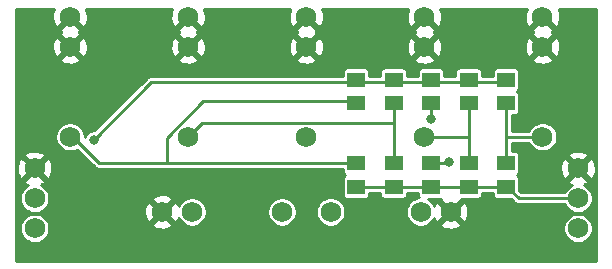
<source format=gbl>
G04 #@! TF.GenerationSoftware,KiCad,Pcbnew,(5.1.8)-1*
G04 #@! TF.CreationDate,2021-08-08T18:23:10-04:00*
G04 #@! TF.ProjectId,nearless_front_pcb,6e656172-6c65-4737-935f-66726f6e745f,rev?*
G04 #@! TF.SameCoordinates,Original*
G04 #@! TF.FileFunction,Copper,L2,Bot*
G04 #@! TF.FilePolarity,Positive*
%FSLAX46Y46*%
G04 Gerber Fmt 4.6, Leading zero omitted, Abs format (unit mm)*
G04 Created by KiCad (PCBNEW (5.1.8)-1) date 2021-08-08 18:23:10*
%MOMM*%
%LPD*%
G01*
G04 APERTURE LIST*
G04 #@! TA.AperFunction,SMDPad,CuDef*
%ADD10R,1.500000X1.300000*%
G04 #@! TD*
G04 #@! TA.AperFunction,ComponentPad*
%ADD11C,1.727200*%
G04 #@! TD*
G04 #@! TA.AperFunction,ViaPad*
%ADD12C,0.800000*%
G04 #@! TD*
G04 #@! TA.AperFunction,Conductor*
%ADD13C,0.254000*%
G04 #@! TD*
G04 #@! TA.AperFunction,Conductor*
%ADD14C,0.100000*%
G04 #@! TD*
G04 APERTURE END LIST*
D10*
X82410000Y-55480000D03*
X82410000Y-53480000D03*
X82410000Y-46400000D03*
X82410000Y-48400000D03*
X79235000Y-55480000D03*
X79235000Y-53480000D03*
X79235000Y-46400000D03*
X79235000Y-48400000D03*
X76060000Y-55480000D03*
X76060000Y-53480000D03*
X76060000Y-46400000D03*
X76060000Y-48400000D03*
X72885000Y-55480000D03*
X72885000Y-53480000D03*
X72885000Y-46400000D03*
X72885000Y-48400000D03*
X69710000Y-55480000D03*
X69710000Y-53480000D03*
X69710000Y-46400000D03*
X69710000Y-48400000D03*
D11*
X45500000Y-51245000D03*
X45500000Y-43625000D03*
X45500000Y-41085000D03*
X85500000Y-51245000D03*
X85500000Y-43625000D03*
X85500000Y-41085000D03*
X42500000Y-53920000D03*
X42500000Y-56460000D03*
X42500000Y-59000000D03*
X88500000Y-59000000D03*
X88500000Y-56460000D03*
X88500000Y-53920000D03*
X67555000Y-57600000D03*
X75175000Y-57600000D03*
X77715000Y-57600000D03*
X75500000Y-51245000D03*
X75500000Y-43625000D03*
X75500000Y-41085000D03*
X65500000Y-51245000D03*
X65500000Y-43625000D03*
X65500000Y-41085000D03*
X55500000Y-51245000D03*
X55500000Y-43625000D03*
X55500000Y-41085000D03*
X63445000Y-57600000D03*
X55825000Y-57600000D03*
X53285000Y-57600000D03*
D12*
X76025000Y-49750000D03*
X77600000Y-53400000D03*
X47485000Y-51475000D03*
D13*
X56782910Y-48200000D02*
X53670000Y-51312910D01*
X69710000Y-48200000D02*
X56782910Y-48200000D01*
X69710000Y-53480000D02*
X47980000Y-53480000D01*
X45745000Y-51245000D02*
X45500000Y-51245000D01*
X47980000Y-53480000D02*
X45745000Y-51245000D01*
X53670000Y-51312910D02*
X53670000Y-53480000D01*
X72885000Y-48200000D02*
X72885000Y-48630000D01*
X72885000Y-52675000D02*
X72885000Y-53780000D01*
X72854399Y-50054399D02*
X72885000Y-50085000D01*
X55500000Y-51245000D02*
X56690601Y-50054399D01*
X72885000Y-50085000D02*
X72885000Y-52675000D01*
X56690601Y-50054399D02*
X72854399Y-50054399D01*
X72885000Y-48200000D02*
X72885000Y-50085000D01*
X76025000Y-48435000D02*
X76060000Y-48400000D01*
X76025000Y-49750000D02*
X76025000Y-48435000D01*
X77520000Y-53480000D02*
X77600000Y-53400000D01*
X76060000Y-53480000D02*
X77520000Y-53480000D01*
X79235000Y-48200000D02*
X79235000Y-53780000D01*
X75500000Y-51245000D02*
X79235000Y-51245000D01*
X82410000Y-48200000D02*
X82455000Y-48200000D01*
X82410000Y-53780000D02*
X82410000Y-48200000D01*
X85500000Y-51245000D02*
X82410000Y-51245000D01*
X83490000Y-56460000D02*
X82410000Y-55380000D01*
X88500000Y-56460000D02*
X83490000Y-56460000D01*
X69710000Y-55480000D02*
X72885000Y-55480000D01*
X72885000Y-55480000D02*
X82410000Y-55480000D01*
X82410000Y-46600000D02*
X79235000Y-46600000D01*
X79235000Y-46600000D02*
X76060000Y-46600000D01*
X76060000Y-46600000D02*
X72885000Y-46600000D01*
X72885000Y-46600000D02*
X69710000Y-46600000D01*
X52360000Y-46600000D02*
X47485000Y-51475000D01*
X69710000Y-46600000D02*
X52360000Y-46600000D01*
X44084174Y-40572141D02*
X44011325Y-40858210D01*
X43995685Y-41152993D01*
X44037855Y-41445164D01*
X44136214Y-41723493D01*
X44211433Y-41864218D01*
X44461896Y-41943499D01*
X45320395Y-41085000D01*
X45306253Y-41070858D01*
X45485858Y-40891253D01*
X45500000Y-40905395D01*
X45514143Y-40891253D01*
X45693748Y-41070858D01*
X45679605Y-41085000D01*
X46538104Y-41943499D01*
X46788567Y-41864218D01*
X46915826Y-41597859D01*
X46988675Y-41311790D01*
X47004315Y-41017007D01*
X46962145Y-40724836D01*
X46863786Y-40446507D01*
X46855497Y-40431000D01*
X54151607Y-40431000D01*
X54084174Y-40572141D01*
X54011325Y-40858210D01*
X53995685Y-41152993D01*
X54037855Y-41445164D01*
X54136214Y-41723493D01*
X54211433Y-41864218D01*
X54461896Y-41943499D01*
X55320395Y-41085000D01*
X55306253Y-41070858D01*
X55485858Y-40891253D01*
X55500000Y-40905395D01*
X55514143Y-40891253D01*
X55693748Y-41070858D01*
X55679605Y-41085000D01*
X56538104Y-41943499D01*
X56788567Y-41864218D01*
X56915826Y-41597859D01*
X56988675Y-41311790D01*
X57004315Y-41017007D01*
X56962145Y-40724836D01*
X56863786Y-40446507D01*
X56855497Y-40431000D01*
X64151607Y-40431000D01*
X64084174Y-40572141D01*
X64011325Y-40858210D01*
X63995685Y-41152993D01*
X64037855Y-41445164D01*
X64136214Y-41723493D01*
X64211433Y-41864218D01*
X64461896Y-41943499D01*
X65320395Y-41085000D01*
X65306253Y-41070858D01*
X65485858Y-40891253D01*
X65500000Y-40905395D01*
X65514143Y-40891253D01*
X65693748Y-41070858D01*
X65679605Y-41085000D01*
X66538104Y-41943499D01*
X66788567Y-41864218D01*
X66915826Y-41597859D01*
X66988675Y-41311790D01*
X67004315Y-41017007D01*
X66962145Y-40724836D01*
X66863786Y-40446507D01*
X66855497Y-40431000D01*
X74151607Y-40431000D01*
X74084174Y-40572141D01*
X74011325Y-40858210D01*
X73995685Y-41152993D01*
X74037855Y-41445164D01*
X74136214Y-41723493D01*
X74211433Y-41864218D01*
X74461896Y-41943499D01*
X75320395Y-41085000D01*
X75306253Y-41070858D01*
X75485858Y-40891253D01*
X75500000Y-40905395D01*
X75514143Y-40891253D01*
X75693748Y-41070858D01*
X75679605Y-41085000D01*
X76538104Y-41943499D01*
X76788567Y-41864218D01*
X76915826Y-41597859D01*
X76988675Y-41311790D01*
X77004315Y-41017007D01*
X76962145Y-40724836D01*
X76863786Y-40446507D01*
X76855497Y-40431000D01*
X84151607Y-40431000D01*
X84084174Y-40572141D01*
X84011325Y-40858210D01*
X83995685Y-41152993D01*
X84037855Y-41445164D01*
X84136214Y-41723493D01*
X84211433Y-41864218D01*
X84461896Y-41943499D01*
X85320395Y-41085000D01*
X85306253Y-41070858D01*
X85485858Y-40891253D01*
X85500000Y-40905395D01*
X85514143Y-40891253D01*
X85693748Y-41070858D01*
X85679605Y-41085000D01*
X86538104Y-41943499D01*
X86788567Y-41864218D01*
X86915826Y-41597859D01*
X86988675Y-41311790D01*
X87004315Y-41017007D01*
X86962145Y-40724836D01*
X86863786Y-40446507D01*
X86855497Y-40431000D01*
X90069001Y-40431000D01*
X90069000Y-61769000D01*
X40931000Y-61769000D01*
X40931000Y-58877418D01*
X41255400Y-58877418D01*
X41255400Y-59122582D01*
X41303229Y-59363036D01*
X41397050Y-59589539D01*
X41533256Y-59793386D01*
X41706614Y-59966744D01*
X41910461Y-60102950D01*
X42136964Y-60196771D01*
X42377418Y-60244600D01*
X42622582Y-60244600D01*
X42863036Y-60196771D01*
X43089539Y-60102950D01*
X43293386Y-59966744D01*
X43466744Y-59793386D01*
X43602950Y-59589539D01*
X43696771Y-59363036D01*
X43744600Y-59122582D01*
X43744600Y-58877418D01*
X43696998Y-58638104D01*
X52426501Y-58638104D01*
X52505782Y-58888567D01*
X52772141Y-59015826D01*
X53058210Y-59088675D01*
X53352993Y-59104315D01*
X53645164Y-59062145D01*
X53923493Y-58963786D01*
X54064218Y-58888567D01*
X54143499Y-58638104D01*
X53285000Y-57779605D01*
X52426501Y-58638104D01*
X43696998Y-58638104D01*
X43696771Y-58636964D01*
X43602950Y-58410461D01*
X43466744Y-58206614D01*
X43293386Y-58033256D01*
X43089539Y-57897050D01*
X42863036Y-57803229D01*
X42622582Y-57755400D01*
X42377418Y-57755400D01*
X42136964Y-57803229D01*
X41910461Y-57897050D01*
X41706614Y-58033256D01*
X41533256Y-58206614D01*
X41397050Y-58410461D01*
X41303229Y-58636964D01*
X41255400Y-58877418D01*
X40931000Y-58877418D01*
X40931000Y-56337418D01*
X41255400Y-56337418D01*
X41255400Y-56582582D01*
X41303229Y-56823036D01*
X41397050Y-57049539D01*
X41533256Y-57253386D01*
X41706614Y-57426744D01*
X41910461Y-57562950D01*
X42136964Y-57656771D01*
X42377418Y-57704600D01*
X42622582Y-57704600D01*
X42806618Y-57667993D01*
X51780685Y-57667993D01*
X51822855Y-57960164D01*
X51921214Y-58238493D01*
X51996433Y-58379218D01*
X52246896Y-58458499D01*
X53105395Y-57600000D01*
X53464605Y-57600000D01*
X54323104Y-58458499D01*
X54573567Y-58379218D01*
X54695182Y-58124673D01*
X54722050Y-58189539D01*
X54858256Y-58393386D01*
X55031614Y-58566744D01*
X55235461Y-58702950D01*
X55461964Y-58796771D01*
X55702418Y-58844600D01*
X55947582Y-58844600D01*
X56188036Y-58796771D01*
X56414539Y-58702950D01*
X56618386Y-58566744D01*
X56791744Y-58393386D01*
X56927950Y-58189539D01*
X57021771Y-57963036D01*
X57069600Y-57722582D01*
X57069600Y-57477418D01*
X62200400Y-57477418D01*
X62200400Y-57722582D01*
X62248229Y-57963036D01*
X62342050Y-58189539D01*
X62478256Y-58393386D01*
X62651614Y-58566744D01*
X62855461Y-58702950D01*
X63081964Y-58796771D01*
X63322418Y-58844600D01*
X63567582Y-58844600D01*
X63808036Y-58796771D01*
X64034539Y-58702950D01*
X64238386Y-58566744D01*
X64411744Y-58393386D01*
X64547950Y-58189539D01*
X64641771Y-57963036D01*
X64689600Y-57722582D01*
X64689600Y-57477418D01*
X66310400Y-57477418D01*
X66310400Y-57722582D01*
X66358229Y-57963036D01*
X66452050Y-58189539D01*
X66588256Y-58393386D01*
X66761614Y-58566744D01*
X66965461Y-58702950D01*
X67191964Y-58796771D01*
X67432418Y-58844600D01*
X67677582Y-58844600D01*
X67918036Y-58796771D01*
X68144539Y-58702950D01*
X68348386Y-58566744D01*
X68521744Y-58393386D01*
X68657950Y-58189539D01*
X68751771Y-57963036D01*
X68799600Y-57722582D01*
X68799600Y-57477418D01*
X68751771Y-57236964D01*
X68657950Y-57010461D01*
X68521744Y-56806614D01*
X68348386Y-56633256D01*
X68144539Y-56497050D01*
X67918036Y-56403229D01*
X67677582Y-56355400D01*
X67432418Y-56355400D01*
X67191964Y-56403229D01*
X66965461Y-56497050D01*
X66761614Y-56633256D01*
X66588256Y-56806614D01*
X66452050Y-57010461D01*
X66358229Y-57236964D01*
X66310400Y-57477418D01*
X64689600Y-57477418D01*
X64641771Y-57236964D01*
X64547950Y-57010461D01*
X64411744Y-56806614D01*
X64238386Y-56633256D01*
X64034539Y-56497050D01*
X63808036Y-56403229D01*
X63567582Y-56355400D01*
X63322418Y-56355400D01*
X63081964Y-56403229D01*
X62855461Y-56497050D01*
X62651614Y-56633256D01*
X62478256Y-56806614D01*
X62342050Y-57010461D01*
X62248229Y-57236964D01*
X62200400Y-57477418D01*
X57069600Y-57477418D01*
X57021771Y-57236964D01*
X56927950Y-57010461D01*
X56791744Y-56806614D01*
X56618386Y-56633256D01*
X56414539Y-56497050D01*
X56188036Y-56403229D01*
X55947582Y-56355400D01*
X55702418Y-56355400D01*
X55461964Y-56403229D01*
X55235461Y-56497050D01*
X55031614Y-56633256D01*
X54858256Y-56806614D01*
X54722050Y-57010461D01*
X54691851Y-57083368D01*
X54648786Y-56961507D01*
X54573567Y-56820782D01*
X54323104Y-56741501D01*
X53464605Y-57600000D01*
X53105395Y-57600000D01*
X52246896Y-56741501D01*
X51996433Y-56820782D01*
X51869174Y-57087141D01*
X51796325Y-57373210D01*
X51780685Y-57667993D01*
X42806618Y-57667993D01*
X42863036Y-57656771D01*
X43089539Y-57562950D01*
X43293386Y-57426744D01*
X43466744Y-57253386D01*
X43602950Y-57049539D01*
X43696771Y-56823036D01*
X43744600Y-56582582D01*
X43744600Y-56561896D01*
X52426501Y-56561896D01*
X53285000Y-57420395D01*
X54143499Y-56561896D01*
X54064218Y-56311433D01*
X53797859Y-56184174D01*
X53511790Y-56111325D01*
X53217007Y-56095685D01*
X52924836Y-56137855D01*
X52646507Y-56236214D01*
X52505782Y-56311433D01*
X52426501Y-56561896D01*
X43744600Y-56561896D01*
X43744600Y-56337418D01*
X43696771Y-56096964D01*
X43602950Y-55870461D01*
X43466744Y-55666614D01*
X43293386Y-55493256D01*
X43089539Y-55357050D01*
X43016632Y-55326851D01*
X43138493Y-55283786D01*
X43279218Y-55208567D01*
X43358499Y-54958104D01*
X42500000Y-54099605D01*
X41641501Y-54958104D01*
X41720782Y-55208567D01*
X41975327Y-55330182D01*
X41910461Y-55357050D01*
X41706614Y-55493256D01*
X41533256Y-55666614D01*
X41397050Y-55870461D01*
X41303229Y-56096964D01*
X41255400Y-56337418D01*
X40931000Y-56337418D01*
X40931000Y-53987993D01*
X40995685Y-53987993D01*
X41037855Y-54280164D01*
X41136214Y-54558493D01*
X41211433Y-54699218D01*
X41461896Y-54778499D01*
X42320395Y-53920000D01*
X42679605Y-53920000D01*
X43538104Y-54778499D01*
X43788567Y-54699218D01*
X43915826Y-54432859D01*
X43988675Y-54146790D01*
X44004315Y-53852007D01*
X43962145Y-53559836D01*
X43863786Y-53281507D01*
X43788567Y-53140782D01*
X43538104Y-53061501D01*
X42679605Y-53920000D01*
X42320395Y-53920000D01*
X41461896Y-53061501D01*
X41211433Y-53140782D01*
X41084174Y-53407141D01*
X41011325Y-53693210D01*
X40995685Y-53987993D01*
X40931000Y-53987993D01*
X40931000Y-52881896D01*
X41641501Y-52881896D01*
X42500000Y-53740395D01*
X43358499Y-52881896D01*
X43279218Y-52631433D01*
X43012859Y-52504174D01*
X42726790Y-52431325D01*
X42432007Y-52415685D01*
X42139836Y-52457855D01*
X41861507Y-52556214D01*
X41720782Y-52631433D01*
X41641501Y-52881896D01*
X40931000Y-52881896D01*
X40931000Y-51122418D01*
X44255400Y-51122418D01*
X44255400Y-51367582D01*
X44303229Y-51608036D01*
X44397050Y-51834539D01*
X44533256Y-52038386D01*
X44706614Y-52211744D01*
X44910461Y-52347950D01*
X45136964Y-52441771D01*
X45377418Y-52489600D01*
X45622582Y-52489600D01*
X45863036Y-52441771D01*
X46089539Y-52347950D01*
X46113512Y-52331932D01*
X47603150Y-53821571D01*
X47619052Y-53840948D01*
X47638429Y-53856850D01*
X47696404Y-53904429D01*
X47784655Y-53951600D01*
X47784657Y-53951601D01*
X47880415Y-53980649D01*
X47955053Y-53988000D01*
X47955055Y-53988000D01*
X47979999Y-53990457D01*
X48004943Y-53988000D01*
X53645053Y-53988000D01*
X53670000Y-53990457D01*
X53694947Y-53988000D01*
X68577157Y-53988000D01*
X68577157Y-54130000D01*
X68584513Y-54204689D01*
X68606299Y-54276508D01*
X68641678Y-54342696D01*
X68689289Y-54400711D01*
X68747304Y-54448322D01*
X68806568Y-54480000D01*
X68747304Y-54511678D01*
X68689289Y-54559289D01*
X68641678Y-54617304D01*
X68606299Y-54683492D01*
X68584513Y-54755311D01*
X68577157Y-54830000D01*
X68577157Y-56130000D01*
X68584513Y-56204689D01*
X68606299Y-56276508D01*
X68641678Y-56342696D01*
X68689289Y-56400711D01*
X68747304Y-56448322D01*
X68813492Y-56483701D01*
X68885311Y-56505487D01*
X68960000Y-56512843D01*
X70460000Y-56512843D01*
X70534689Y-56505487D01*
X70606508Y-56483701D01*
X70672696Y-56448322D01*
X70730711Y-56400711D01*
X70778322Y-56342696D01*
X70813701Y-56276508D01*
X70835487Y-56204689D01*
X70842843Y-56130000D01*
X70842843Y-55988000D01*
X71752157Y-55988000D01*
X71752157Y-56130000D01*
X71759513Y-56204689D01*
X71781299Y-56276508D01*
X71816678Y-56342696D01*
X71864289Y-56400711D01*
X71922304Y-56448322D01*
X71988492Y-56483701D01*
X72060311Y-56505487D01*
X72135000Y-56512843D01*
X73635000Y-56512843D01*
X73709689Y-56505487D01*
X73781508Y-56483701D01*
X73847696Y-56448322D01*
X73905711Y-56400711D01*
X73953322Y-56342696D01*
X73988701Y-56276508D01*
X74010487Y-56204689D01*
X74017843Y-56130000D01*
X74017843Y-55988000D01*
X74927157Y-55988000D01*
X74927157Y-56130000D01*
X74934513Y-56204689D01*
X74956299Y-56276508D01*
X74991678Y-56342696D01*
X75009164Y-56364004D01*
X74811964Y-56403229D01*
X74585461Y-56497050D01*
X74381614Y-56633256D01*
X74208256Y-56806614D01*
X74072050Y-57010461D01*
X73978229Y-57236964D01*
X73930400Y-57477418D01*
X73930400Y-57722582D01*
X73978229Y-57963036D01*
X74072050Y-58189539D01*
X74208256Y-58393386D01*
X74381614Y-58566744D01*
X74585461Y-58702950D01*
X74811964Y-58796771D01*
X75052418Y-58844600D01*
X75297582Y-58844600D01*
X75538036Y-58796771D01*
X75764539Y-58702950D01*
X75861588Y-58638104D01*
X76856501Y-58638104D01*
X76935782Y-58888567D01*
X77202141Y-59015826D01*
X77488210Y-59088675D01*
X77782993Y-59104315D01*
X78075164Y-59062145D01*
X78353493Y-58963786D01*
X78494218Y-58888567D01*
X78497747Y-58877418D01*
X87255400Y-58877418D01*
X87255400Y-59122582D01*
X87303229Y-59363036D01*
X87397050Y-59589539D01*
X87533256Y-59793386D01*
X87706614Y-59966744D01*
X87910461Y-60102950D01*
X88136964Y-60196771D01*
X88377418Y-60244600D01*
X88622582Y-60244600D01*
X88863036Y-60196771D01*
X89089539Y-60102950D01*
X89293386Y-59966744D01*
X89466744Y-59793386D01*
X89602950Y-59589539D01*
X89696771Y-59363036D01*
X89744600Y-59122582D01*
X89744600Y-58877418D01*
X89696771Y-58636964D01*
X89602950Y-58410461D01*
X89466744Y-58206614D01*
X89293386Y-58033256D01*
X89089539Y-57897050D01*
X88863036Y-57803229D01*
X88622582Y-57755400D01*
X88377418Y-57755400D01*
X88136964Y-57803229D01*
X87910461Y-57897050D01*
X87706614Y-58033256D01*
X87533256Y-58206614D01*
X87397050Y-58410461D01*
X87303229Y-58636964D01*
X87255400Y-58877418D01*
X78497747Y-58877418D01*
X78573499Y-58638104D01*
X77715000Y-57779605D01*
X76856501Y-58638104D01*
X75861588Y-58638104D01*
X75968386Y-58566744D01*
X76141744Y-58393386D01*
X76277950Y-58189539D01*
X76308149Y-58116632D01*
X76351214Y-58238493D01*
X76426433Y-58379218D01*
X76676896Y-58458499D01*
X77535395Y-57600000D01*
X77894605Y-57600000D01*
X78753104Y-58458499D01*
X79003567Y-58379218D01*
X79130826Y-58112859D01*
X79203675Y-57826790D01*
X79219315Y-57532007D01*
X79177145Y-57239836D01*
X79078786Y-56961507D01*
X79003567Y-56820782D01*
X78753104Y-56741501D01*
X77894605Y-57600000D01*
X77535395Y-57600000D01*
X76676896Y-56741501D01*
X76426433Y-56820782D01*
X76304818Y-57075327D01*
X76277950Y-57010461D01*
X76141744Y-56806614D01*
X75968386Y-56633256D01*
X75788175Y-56512843D01*
X76810000Y-56512843D01*
X76874024Y-56506537D01*
X76856501Y-56561896D01*
X77715000Y-57420395D01*
X78573499Y-56561896D01*
X78557972Y-56512843D01*
X79985000Y-56512843D01*
X80059689Y-56505487D01*
X80131508Y-56483701D01*
X80197696Y-56448322D01*
X80255711Y-56400711D01*
X80303322Y-56342696D01*
X80338701Y-56276508D01*
X80360487Y-56204689D01*
X80367843Y-56130000D01*
X80367843Y-55988000D01*
X81277157Y-55988000D01*
X81277157Y-56130000D01*
X81284513Y-56204689D01*
X81306299Y-56276508D01*
X81341678Y-56342696D01*
X81389289Y-56400711D01*
X81447304Y-56448322D01*
X81513492Y-56483701D01*
X81585311Y-56505487D01*
X81660000Y-56512843D01*
X82824423Y-56512843D01*
X83113145Y-56801565D01*
X83129052Y-56820948D01*
X83206405Y-56884429D01*
X83294657Y-56931601D01*
X83390415Y-56960649D01*
X83465053Y-56968000D01*
X83465056Y-56968000D01*
X83490000Y-56970457D01*
X83514944Y-56968000D01*
X87363275Y-56968000D01*
X87397050Y-57049539D01*
X87533256Y-57253386D01*
X87706614Y-57426744D01*
X87910461Y-57562950D01*
X88136964Y-57656771D01*
X88377418Y-57704600D01*
X88622582Y-57704600D01*
X88863036Y-57656771D01*
X89089539Y-57562950D01*
X89293386Y-57426744D01*
X89466744Y-57253386D01*
X89602950Y-57049539D01*
X89696771Y-56823036D01*
X89744600Y-56582582D01*
X89744600Y-56337418D01*
X89696771Y-56096964D01*
X89602950Y-55870461D01*
X89466744Y-55666614D01*
X89293386Y-55493256D01*
X89089539Y-55357050D01*
X89016632Y-55326851D01*
X89138493Y-55283786D01*
X89279218Y-55208567D01*
X89358499Y-54958104D01*
X88500000Y-54099605D01*
X87641501Y-54958104D01*
X87720782Y-55208567D01*
X87975327Y-55330182D01*
X87910461Y-55357050D01*
X87706614Y-55493256D01*
X87533256Y-55666614D01*
X87397050Y-55870461D01*
X87363275Y-55952000D01*
X83700420Y-55952000D01*
X83542843Y-55794423D01*
X83542843Y-54830000D01*
X83535487Y-54755311D01*
X83513701Y-54683492D01*
X83478322Y-54617304D01*
X83430711Y-54559289D01*
X83372696Y-54511678D01*
X83313432Y-54480000D01*
X83372696Y-54448322D01*
X83430711Y-54400711D01*
X83478322Y-54342696D01*
X83513701Y-54276508D01*
X83535487Y-54204689D01*
X83542843Y-54130000D01*
X83542843Y-53987993D01*
X86995685Y-53987993D01*
X87037855Y-54280164D01*
X87136214Y-54558493D01*
X87211433Y-54699218D01*
X87461896Y-54778499D01*
X88320395Y-53920000D01*
X88679605Y-53920000D01*
X89538104Y-54778499D01*
X89788567Y-54699218D01*
X89915826Y-54432859D01*
X89988675Y-54146790D01*
X90004315Y-53852007D01*
X89962145Y-53559836D01*
X89863786Y-53281507D01*
X89788567Y-53140782D01*
X89538104Y-53061501D01*
X88679605Y-53920000D01*
X88320395Y-53920000D01*
X87461896Y-53061501D01*
X87211433Y-53140782D01*
X87084174Y-53407141D01*
X87011325Y-53693210D01*
X86995685Y-53987993D01*
X83542843Y-53987993D01*
X83542843Y-52881896D01*
X87641501Y-52881896D01*
X88500000Y-53740395D01*
X89358499Y-52881896D01*
X89279218Y-52631433D01*
X89012859Y-52504174D01*
X88726790Y-52431325D01*
X88432007Y-52415685D01*
X88139836Y-52457855D01*
X87861507Y-52556214D01*
X87720782Y-52631433D01*
X87641501Y-52881896D01*
X83542843Y-52881896D01*
X83542843Y-52830000D01*
X83535487Y-52755311D01*
X83513701Y-52683492D01*
X83478322Y-52617304D01*
X83430711Y-52559289D01*
X83372696Y-52511678D01*
X83306508Y-52476299D01*
X83234689Y-52454513D01*
X83160000Y-52447157D01*
X82918000Y-52447157D01*
X82918000Y-51753000D01*
X84363275Y-51753000D01*
X84397050Y-51834539D01*
X84533256Y-52038386D01*
X84706614Y-52211744D01*
X84910461Y-52347950D01*
X85136964Y-52441771D01*
X85377418Y-52489600D01*
X85622582Y-52489600D01*
X85863036Y-52441771D01*
X86089539Y-52347950D01*
X86293386Y-52211744D01*
X86466744Y-52038386D01*
X86602950Y-51834539D01*
X86696771Y-51608036D01*
X86744600Y-51367582D01*
X86744600Y-51122418D01*
X86696771Y-50881964D01*
X86602950Y-50655461D01*
X86466744Y-50451614D01*
X86293386Y-50278256D01*
X86089539Y-50142050D01*
X85863036Y-50048229D01*
X85622582Y-50000400D01*
X85377418Y-50000400D01*
X85136964Y-50048229D01*
X84910461Y-50142050D01*
X84706614Y-50278256D01*
X84533256Y-50451614D01*
X84397050Y-50655461D01*
X84363275Y-50737000D01*
X82918000Y-50737000D01*
X82918000Y-49432843D01*
X83160000Y-49432843D01*
X83234689Y-49425487D01*
X83306508Y-49403701D01*
X83372696Y-49368322D01*
X83430711Y-49320711D01*
X83478322Y-49262696D01*
X83513701Y-49196508D01*
X83535487Y-49124689D01*
X83542843Y-49050000D01*
X83542843Y-47750000D01*
X83535487Y-47675311D01*
X83513701Y-47603492D01*
X83478322Y-47537304D01*
X83430711Y-47479289D01*
X83372696Y-47431678D01*
X83313432Y-47400000D01*
X83372696Y-47368322D01*
X83430711Y-47320711D01*
X83478322Y-47262696D01*
X83513701Y-47196508D01*
X83535487Y-47124689D01*
X83542843Y-47050000D01*
X83542843Y-45750000D01*
X83535487Y-45675311D01*
X83513701Y-45603492D01*
X83478322Y-45537304D01*
X83430711Y-45479289D01*
X83372696Y-45431678D01*
X83306508Y-45396299D01*
X83234689Y-45374513D01*
X83160000Y-45367157D01*
X81660000Y-45367157D01*
X81585311Y-45374513D01*
X81513492Y-45396299D01*
X81447304Y-45431678D01*
X81389289Y-45479289D01*
X81341678Y-45537304D01*
X81306299Y-45603492D01*
X81284513Y-45675311D01*
X81277157Y-45750000D01*
X81277157Y-46092000D01*
X80367843Y-46092000D01*
X80367843Y-45750000D01*
X80360487Y-45675311D01*
X80338701Y-45603492D01*
X80303322Y-45537304D01*
X80255711Y-45479289D01*
X80197696Y-45431678D01*
X80131508Y-45396299D01*
X80059689Y-45374513D01*
X79985000Y-45367157D01*
X78485000Y-45367157D01*
X78410311Y-45374513D01*
X78338492Y-45396299D01*
X78272304Y-45431678D01*
X78214289Y-45479289D01*
X78166678Y-45537304D01*
X78131299Y-45603492D01*
X78109513Y-45675311D01*
X78102157Y-45750000D01*
X78102157Y-46092000D01*
X77192843Y-46092000D01*
X77192843Y-45750000D01*
X77185487Y-45675311D01*
X77163701Y-45603492D01*
X77128322Y-45537304D01*
X77080711Y-45479289D01*
X77022696Y-45431678D01*
X76956508Y-45396299D01*
X76884689Y-45374513D01*
X76810000Y-45367157D01*
X75310000Y-45367157D01*
X75235311Y-45374513D01*
X75163492Y-45396299D01*
X75097304Y-45431678D01*
X75039289Y-45479289D01*
X74991678Y-45537304D01*
X74956299Y-45603492D01*
X74934513Y-45675311D01*
X74927157Y-45750000D01*
X74927157Y-46092000D01*
X74017843Y-46092000D01*
X74017843Y-45750000D01*
X74010487Y-45675311D01*
X73988701Y-45603492D01*
X73953322Y-45537304D01*
X73905711Y-45479289D01*
X73847696Y-45431678D01*
X73781508Y-45396299D01*
X73709689Y-45374513D01*
X73635000Y-45367157D01*
X72135000Y-45367157D01*
X72060311Y-45374513D01*
X71988492Y-45396299D01*
X71922304Y-45431678D01*
X71864289Y-45479289D01*
X71816678Y-45537304D01*
X71781299Y-45603492D01*
X71759513Y-45675311D01*
X71752157Y-45750000D01*
X71752157Y-46092000D01*
X70842843Y-46092000D01*
X70842843Y-45750000D01*
X70835487Y-45675311D01*
X70813701Y-45603492D01*
X70778322Y-45537304D01*
X70730711Y-45479289D01*
X70672696Y-45431678D01*
X70606508Y-45396299D01*
X70534689Y-45374513D01*
X70460000Y-45367157D01*
X68960000Y-45367157D01*
X68885311Y-45374513D01*
X68813492Y-45396299D01*
X68747304Y-45431678D01*
X68689289Y-45479289D01*
X68641678Y-45537304D01*
X68606299Y-45603492D01*
X68584513Y-45675311D01*
X68577157Y-45750000D01*
X68577157Y-46092000D01*
X52384943Y-46092000D01*
X52359999Y-46089543D01*
X52335055Y-46092000D01*
X52335053Y-46092000D01*
X52260415Y-46099351D01*
X52164657Y-46128399D01*
X52123576Y-46150357D01*
X52076404Y-46175571D01*
X52021810Y-46220376D01*
X51999052Y-46239052D01*
X51983150Y-46258429D01*
X47547580Y-50694000D01*
X47408078Y-50694000D01*
X47257191Y-50724013D01*
X47115058Y-50782887D01*
X46987141Y-50868358D01*
X46878358Y-50977141D01*
X46792887Y-51105058D01*
X46744600Y-51221632D01*
X46744600Y-51122418D01*
X46696771Y-50881964D01*
X46602950Y-50655461D01*
X46466744Y-50451614D01*
X46293386Y-50278256D01*
X46089539Y-50142050D01*
X45863036Y-50048229D01*
X45622582Y-50000400D01*
X45377418Y-50000400D01*
X45136964Y-50048229D01*
X44910461Y-50142050D01*
X44706614Y-50278256D01*
X44533256Y-50451614D01*
X44397050Y-50655461D01*
X44303229Y-50881964D01*
X44255400Y-51122418D01*
X40931000Y-51122418D01*
X40931000Y-44663104D01*
X44641501Y-44663104D01*
X44720782Y-44913567D01*
X44987141Y-45040826D01*
X45273210Y-45113675D01*
X45567993Y-45129315D01*
X45860164Y-45087145D01*
X46138493Y-44988786D01*
X46279218Y-44913567D01*
X46358499Y-44663104D01*
X54641501Y-44663104D01*
X54720782Y-44913567D01*
X54987141Y-45040826D01*
X55273210Y-45113675D01*
X55567993Y-45129315D01*
X55860164Y-45087145D01*
X56138493Y-44988786D01*
X56279218Y-44913567D01*
X56358499Y-44663104D01*
X64641501Y-44663104D01*
X64720782Y-44913567D01*
X64987141Y-45040826D01*
X65273210Y-45113675D01*
X65567993Y-45129315D01*
X65860164Y-45087145D01*
X66138493Y-44988786D01*
X66279218Y-44913567D01*
X66358499Y-44663104D01*
X74641501Y-44663104D01*
X74720782Y-44913567D01*
X74987141Y-45040826D01*
X75273210Y-45113675D01*
X75567993Y-45129315D01*
X75860164Y-45087145D01*
X76138493Y-44988786D01*
X76279218Y-44913567D01*
X76358499Y-44663104D01*
X84641501Y-44663104D01*
X84720782Y-44913567D01*
X84987141Y-45040826D01*
X85273210Y-45113675D01*
X85567993Y-45129315D01*
X85860164Y-45087145D01*
X86138493Y-44988786D01*
X86279218Y-44913567D01*
X86358499Y-44663104D01*
X85500000Y-43804605D01*
X84641501Y-44663104D01*
X76358499Y-44663104D01*
X75500000Y-43804605D01*
X74641501Y-44663104D01*
X66358499Y-44663104D01*
X65500000Y-43804605D01*
X64641501Y-44663104D01*
X56358499Y-44663104D01*
X55500000Y-43804605D01*
X54641501Y-44663104D01*
X46358499Y-44663104D01*
X45500000Y-43804605D01*
X44641501Y-44663104D01*
X40931000Y-44663104D01*
X40931000Y-43692993D01*
X43995685Y-43692993D01*
X44037855Y-43985164D01*
X44136214Y-44263493D01*
X44211433Y-44404218D01*
X44461896Y-44483499D01*
X45320395Y-43625000D01*
X45679605Y-43625000D01*
X46538104Y-44483499D01*
X46788567Y-44404218D01*
X46915826Y-44137859D01*
X46988675Y-43851790D01*
X46997100Y-43692993D01*
X53995685Y-43692993D01*
X54037855Y-43985164D01*
X54136214Y-44263493D01*
X54211433Y-44404218D01*
X54461896Y-44483499D01*
X55320395Y-43625000D01*
X55679605Y-43625000D01*
X56538104Y-44483499D01*
X56788567Y-44404218D01*
X56915826Y-44137859D01*
X56988675Y-43851790D01*
X56997100Y-43692993D01*
X63995685Y-43692993D01*
X64037855Y-43985164D01*
X64136214Y-44263493D01*
X64211433Y-44404218D01*
X64461896Y-44483499D01*
X65320395Y-43625000D01*
X65679605Y-43625000D01*
X66538104Y-44483499D01*
X66788567Y-44404218D01*
X66915826Y-44137859D01*
X66988675Y-43851790D01*
X66997100Y-43692993D01*
X73995685Y-43692993D01*
X74037855Y-43985164D01*
X74136214Y-44263493D01*
X74211433Y-44404218D01*
X74461896Y-44483499D01*
X75320395Y-43625000D01*
X75679605Y-43625000D01*
X76538104Y-44483499D01*
X76788567Y-44404218D01*
X76915826Y-44137859D01*
X76988675Y-43851790D01*
X76997100Y-43692993D01*
X83995685Y-43692993D01*
X84037855Y-43985164D01*
X84136214Y-44263493D01*
X84211433Y-44404218D01*
X84461896Y-44483499D01*
X85320395Y-43625000D01*
X85679605Y-43625000D01*
X86538104Y-44483499D01*
X86788567Y-44404218D01*
X86915826Y-44137859D01*
X86988675Y-43851790D01*
X87004315Y-43557007D01*
X86962145Y-43264836D01*
X86863786Y-42986507D01*
X86788567Y-42845782D01*
X86538104Y-42766501D01*
X85679605Y-43625000D01*
X85320395Y-43625000D01*
X84461896Y-42766501D01*
X84211433Y-42845782D01*
X84084174Y-43112141D01*
X84011325Y-43398210D01*
X83995685Y-43692993D01*
X76997100Y-43692993D01*
X77004315Y-43557007D01*
X76962145Y-43264836D01*
X76863786Y-42986507D01*
X76788567Y-42845782D01*
X76538104Y-42766501D01*
X75679605Y-43625000D01*
X75320395Y-43625000D01*
X74461896Y-42766501D01*
X74211433Y-42845782D01*
X74084174Y-43112141D01*
X74011325Y-43398210D01*
X73995685Y-43692993D01*
X66997100Y-43692993D01*
X67004315Y-43557007D01*
X66962145Y-43264836D01*
X66863786Y-42986507D01*
X66788567Y-42845782D01*
X66538104Y-42766501D01*
X65679605Y-43625000D01*
X65320395Y-43625000D01*
X64461896Y-42766501D01*
X64211433Y-42845782D01*
X64084174Y-43112141D01*
X64011325Y-43398210D01*
X63995685Y-43692993D01*
X56997100Y-43692993D01*
X57004315Y-43557007D01*
X56962145Y-43264836D01*
X56863786Y-42986507D01*
X56788567Y-42845782D01*
X56538104Y-42766501D01*
X55679605Y-43625000D01*
X55320395Y-43625000D01*
X54461896Y-42766501D01*
X54211433Y-42845782D01*
X54084174Y-43112141D01*
X54011325Y-43398210D01*
X53995685Y-43692993D01*
X46997100Y-43692993D01*
X47004315Y-43557007D01*
X46962145Y-43264836D01*
X46863786Y-42986507D01*
X46788567Y-42845782D01*
X46538104Y-42766501D01*
X45679605Y-43625000D01*
X45320395Y-43625000D01*
X44461896Y-42766501D01*
X44211433Y-42845782D01*
X44084174Y-43112141D01*
X44011325Y-43398210D01*
X43995685Y-43692993D01*
X40931000Y-43692993D01*
X40931000Y-42123104D01*
X44641501Y-42123104D01*
X44714905Y-42355000D01*
X44641501Y-42586896D01*
X45500000Y-43445395D01*
X46358499Y-42586896D01*
X46285095Y-42355000D01*
X46358499Y-42123104D01*
X54641501Y-42123104D01*
X54714905Y-42355000D01*
X54641501Y-42586896D01*
X55500000Y-43445395D01*
X56358499Y-42586896D01*
X56285095Y-42355000D01*
X56358499Y-42123104D01*
X64641501Y-42123104D01*
X64714905Y-42355000D01*
X64641501Y-42586896D01*
X65500000Y-43445395D01*
X66358499Y-42586896D01*
X66285095Y-42355000D01*
X66358499Y-42123104D01*
X74641501Y-42123104D01*
X74714905Y-42355000D01*
X74641501Y-42586896D01*
X75500000Y-43445395D01*
X76358499Y-42586896D01*
X76285095Y-42355000D01*
X76358499Y-42123104D01*
X84641501Y-42123104D01*
X84714905Y-42355000D01*
X84641501Y-42586896D01*
X85500000Y-43445395D01*
X86358499Y-42586896D01*
X86285095Y-42355000D01*
X86358499Y-42123104D01*
X85500000Y-41264605D01*
X84641501Y-42123104D01*
X76358499Y-42123104D01*
X75500000Y-41264605D01*
X74641501Y-42123104D01*
X66358499Y-42123104D01*
X65500000Y-41264605D01*
X64641501Y-42123104D01*
X56358499Y-42123104D01*
X55500000Y-41264605D01*
X54641501Y-42123104D01*
X46358499Y-42123104D01*
X45500000Y-41264605D01*
X44641501Y-42123104D01*
X40931000Y-42123104D01*
X40931000Y-40431000D01*
X44151607Y-40431000D01*
X44084174Y-40572141D01*
G04 #@! TA.AperFunction,Conductor*
D14*
G36*
X44084174Y-40572141D02*
G01*
X44011325Y-40858210D01*
X43995685Y-41152993D01*
X44037855Y-41445164D01*
X44136214Y-41723493D01*
X44211433Y-41864218D01*
X44461896Y-41943499D01*
X45320395Y-41085000D01*
X45306253Y-41070858D01*
X45485858Y-40891253D01*
X45500000Y-40905395D01*
X45514143Y-40891253D01*
X45693748Y-41070858D01*
X45679605Y-41085000D01*
X46538104Y-41943499D01*
X46788567Y-41864218D01*
X46915826Y-41597859D01*
X46988675Y-41311790D01*
X47004315Y-41017007D01*
X46962145Y-40724836D01*
X46863786Y-40446507D01*
X46855497Y-40431000D01*
X54151607Y-40431000D01*
X54084174Y-40572141D01*
X54011325Y-40858210D01*
X53995685Y-41152993D01*
X54037855Y-41445164D01*
X54136214Y-41723493D01*
X54211433Y-41864218D01*
X54461896Y-41943499D01*
X55320395Y-41085000D01*
X55306253Y-41070858D01*
X55485858Y-40891253D01*
X55500000Y-40905395D01*
X55514143Y-40891253D01*
X55693748Y-41070858D01*
X55679605Y-41085000D01*
X56538104Y-41943499D01*
X56788567Y-41864218D01*
X56915826Y-41597859D01*
X56988675Y-41311790D01*
X57004315Y-41017007D01*
X56962145Y-40724836D01*
X56863786Y-40446507D01*
X56855497Y-40431000D01*
X64151607Y-40431000D01*
X64084174Y-40572141D01*
X64011325Y-40858210D01*
X63995685Y-41152993D01*
X64037855Y-41445164D01*
X64136214Y-41723493D01*
X64211433Y-41864218D01*
X64461896Y-41943499D01*
X65320395Y-41085000D01*
X65306253Y-41070858D01*
X65485858Y-40891253D01*
X65500000Y-40905395D01*
X65514143Y-40891253D01*
X65693748Y-41070858D01*
X65679605Y-41085000D01*
X66538104Y-41943499D01*
X66788567Y-41864218D01*
X66915826Y-41597859D01*
X66988675Y-41311790D01*
X67004315Y-41017007D01*
X66962145Y-40724836D01*
X66863786Y-40446507D01*
X66855497Y-40431000D01*
X74151607Y-40431000D01*
X74084174Y-40572141D01*
X74011325Y-40858210D01*
X73995685Y-41152993D01*
X74037855Y-41445164D01*
X74136214Y-41723493D01*
X74211433Y-41864218D01*
X74461896Y-41943499D01*
X75320395Y-41085000D01*
X75306253Y-41070858D01*
X75485858Y-40891253D01*
X75500000Y-40905395D01*
X75514143Y-40891253D01*
X75693748Y-41070858D01*
X75679605Y-41085000D01*
X76538104Y-41943499D01*
X76788567Y-41864218D01*
X76915826Y-41597859D01*
X76988675Y-41311790D01*
X77004315Y-41017007D01*
X76962145Y-40724836D01*
X76863786Y-40446507D01*
X76855497Y-40431000D01*
X84151607Y-40431000D01*
X84084174Y-40572141D01*
X84011325Y-40858210D01*
X83995685Y-41152993D01*
X84037855Y-41445164D01*
X84136214Y-41723493D01*
X84211433Y-41864218D01*
X84461896Y-41943499D01*
X85320395Y-41085000D01*
X85306253Y-41070858D01*
X85485858Y-40891253D01*
X85500000Y-40905395D01*
X85514143Y-40891253D01*
X85693748Y-41070858D01*
X85679605Y-41085000D01*
X86538104Y-41943499D01*
X86788567Y-41864218D01*
X86915826Y-41597859D01*
X86988675Y-41311790D01*
X87004315Y-41017007D01*
X86962145Y-40724836D01*
X86863786Y-40446507D01*
X86855497Y-40431000D01*
X90069001Y-40431000D01*
X90069000Y-61769000D01*
X40931000Y-61769000D01*
X40931000Y-58877418D01*
X41255400Y-58877418D01*
X41255400Y-59122582D01*
X41303229Y-59363036D01*
X41397050Y-59589539D01*
X41533256Y-59793386D01*
X41706614Y-59966744D01*
X41910461Y-60102950D01*
X42136964Y-60196771D01*
X42377418Y-60244600D01*
X42622582Y-60244600D01*
X42863036Y-60196771D01*
X43089539Y-60102950D01*
X43293386Y-59966744D01*
X43466744Y-59793386D01*
X43602950Y-59589539D01*
X43696771Y-59363036D01*
X43744600Y-59122582D01*
X43744600Y-58877418D01*
X43696998Y-58638104D01*
X52426501Y-58638104D01*
X52505782Y-58888567D01*
X52772141Y-59015826D01*
X53058210Y-59088675D01*
X53352993Y-59104315D01*
X53645164Y-59062145D01*
X53923493Y-58963786D01*
X54064218Y-58888567D01*
X54143499Y-58638104D01*
X53285000Y-57779605D01*
X52426501Y-58638104D01*
X43696998Y-58638104D01*
X43696771Y-58636964D01*
X43602950Y-58410461D01*
X43466744Y-58206614D01*
X43293386Y-58033256D01*
X43089539Y-57897050D01*
X42863036Y-57803229D01*
X42622582Y-57755400D01*
X42377418Y-57755400D01*
X42136964Y-57803229D01*
X41910461Y-57897050D01*
X41706614Y-58033256D01*
X41533256Y-58206614D01*
X41397050Y-58410461D01*
X41303229Y-58636964D01*
X41255400Y-58877418D01*
X40931000Y-58877418D01*
X40931000Y-56337418D01*
X41255400Y-56337418D01*
X41255400Y-56582582D01*
X41303229Y-56823036D01*
X41397050Y-57049539D01*
X41533256Y-57253386D01*
X41706614Y-57426744D01*
X41910461Y-57562950D01*
X42136964Y-57656771D01*
X42377418Y-57704600D01*
X42622582Y-57704600D01*
X42806618Y-57667993D01*
X51780685Y-57667993D01*
X51822855Y-57960164D01*
X51921214Y-58238493D01*
X51996433Y-58379218D01*
X52246896Y-58458499D01*
X53105395Y-57600000D01*
X53464605Y-57600000D01*
X54323104Y-58458499D01*
X54573567Y-58379218D01*
X54695182Y-58124673D01*
X54722050Y-58189539D01*
X54858256Y-58393386D01*
X55031614Y-58566744D01*
X55235461Y-58702950D01*
X55461964Y-58796771D01*
X55702418Y-58844600D01*
X55947582Y-58844600D01*
X56188036Y-58796771D01*
X56414539Y-58702950D01*
X56618386Y-58566744D01*
X56791744Y-58393386D01*
X56927950Y-58189539D01*
X57021771Y-57963036D01*
X57069600Y-57722582D01*
X57069600Y-57477418D01*
X62200400Y-57477418D01*
X62200400Y-57722582D01*
X62248229Y-57963036D01*
X62342050Y-58189539D01*
X62478256Y-58393386D01*
X62651614Y-58566744D01*
X62855461Y-58702950D01*
X63081964Y-58796771D01*
X63322418Y-58844600D01*
X63567582Y-58844600D01*
X63808036Y-58796771D01*
X64034539Y-58702950D01*
X64238386Y-58566744D01*
X64411744Y-58393386D01*
X64547950Y-58189539D01*
X64641771Y-57963036D01*
X64689600Y-57722582D01*
X64689600Y-57477418D01*
X66310400Y-57477418D01*
X66310400Y-57722582D01*
X66358229Y-57963036D01*
X66452050Y-58189539D01*
X66588256Y-58393386D01*
X66761614Y-58566744D01*
X66965461Y-58702950D01*
X67191964Y-58796771D01*
X67432418Y-58844600D01*
X67677582Y-58844600D01*
X67918036Y-58796771D01*
X68144539Y-58702950D01*
X68348386Y-58566744D01*
X68521744Y-58393386D01*
X68657950Y-58189539D01*
X68751771Y-57963036D01*
X68799600Y-57722582D01*
X68799600Y-57477418D01*
X68751771Y-57236964D01*
X68657950Y-57010461D01*
X68521744Y-56806614D01*
X68348386Y-56633256D01*
X68144539Y-56497050D01*
X67918036Y-56403229D01*
X67677582Y-56355400D01*
X67432418Y-56355400D01*
X67191964Y-56403229D01*
X66965461Y-56497050D01*
X66761614Y-56633256D01*
X66588256Y-56806614D01*
X66452050Y-57010461D01*
X66358229Y-57236964D01*
X66310400Y-57477418D01*
X64689600Y-57477418D01*
X64641771Y-57236964D01*
X64547950Y-57010461D01*
X64411744Y-56806614D01*
X64238386Y-56633256D01*
X64034539Y-56497050D01*
X63808036Y-56403229D01*
X63567582Y-56355400D01*
X63322418Y-56355400D01*
X63081964Y-56403229D01*
X62855461Y-56497050D01*
X62651614Y-56633256D01*
X62478256Y-56806614D01*
X62342050Y-57010461D01*
X62248229Y-57236964D01*
X62200400Y-57477418D01*
X57069600Y-57477418D01*
X57021771Y-57236964D01*
X56927950Y-57010461D01*
X56791744Y-56806614D01*
X56618386Y-56633256D01*
X56414539Y-56497050D01*
X56188036Y-56403229D01*
X55947582Y-56355400D01*
X55702418Y-56355400D01*
X55461964Y-56403229D01*
X55235461Y-56497050D01*
X55031614Y-56633256D01*
X54858256Y-56806614D01*
X54722050Y-57010461D01*
X54691851Y-57083368D01*
X54648786Y-56961507D01*
X54573567Y-56820782D01*
X54323104Y-56741501D01*
X53464605Y-57600000D01*
X53105395Y-57600000D01*
X52246896Y-56741501D01*
X51996433Y-56820782D01*
X51869174Y-57087141D01*
X51796325Y-57373210D01*
X51780685Y-57667993D01*
X42806618Y-57667993D01*
X42863036Y-57656771D01*
X43089539Y-57562950D01*
X43293386Y-57426744D01*
X43466744Y-57253386D01*
X43602950Y-57049539D01*
X43696771Y-56823036D01*
X43744600Y-56582582D01*
X43744600Y-56561896D01*
X52426501Y-56561896D01*
X53285000Y-57420395D01*
X54143499Y-56561896D01*
X54064218Y-56311433D01*
X53797859Y-56184174D01*
X53511790Y-56111325D01*
X53217007Y-56095685D01*
X52924836Y-56137855D01*
X52646507Y-56236214D01*
X52505782Y-56311433D01*
X52426501Y-56561896D01*
X43744600Y-56561896D01*
X43744600Y-56337418D01*
X43696771Y-56096964D01*
X43602950Y-55870461D01*
X43466744Y-55666614D01*
X43293386Y-55493256D01*
X43089539Y-55357050D01*
X43016632Y-55326851D01*
X43138493Y-55283786D01*
X43279218Y-55208567D01*
X43358499Y-54958104D01*
X42500000Y-54099605D01*
X41641501Y-54958104D01*
X41720782Y-55208567D01*
X41975327Y-55330182D01*
X41910461Y-55357050D01*
X41706614Y-55493256D01*
X41533256Y-55666614D01*
X41397050Y-55870461D01*
X41303229Y-56096964D01*
X41255400Y-56337418D01*
X40931000Y-56337418D01*
X40931000Y-53987993D01*
X40995685Y-53987993D01*
X41037855Y-54280164D01*
X41136214Y-54558493D01*
X41211433Y-54699218D01*
X41461896Y-54778499D01*
X42320395Y-53920000D01*
X42679605Y-53920000D01*
X43538104Y-54778499D01*
X43788567Y-54699218D01*
X43915826Y-54432859D01*
X43988675Y-54146790D01*
X44004315Y-53852007D01*
X43962145Y-53559836D01*
X43863786Y-53281507D01*
X43788567Y-53140782D01*
X43538104Y-53061501D01*
X42679605Y-53920000D01*
X42320395Y-53920000D01*
X41461896Y-53061501D01*
X41211433Y-53140782D01*
X41084174Y-53407141D01*
X41011325Y-53693210D01*
X40995685Y-53987993D01*
X40931000Y-53987993D01*
X40931000Y-52881896D01*
X41641501Y-52881896D01*
X42500000Y-53740395D01*
X43358499Y-52881896D01*
X43279218Y-52631433D01*
X43012859Y-52504174D01*
X42726790Y-52431325D01*
X42432007Y-52415685D01*
X42139836Y-52457855D01*
X41861507Y-52556214D01*
X41720782Y-52631433D01*
X41641501Y-52881896D01*
X40931000Y-52881896D01*
X40931000Y-51122418D01*
X44255400Y-51122418D01*
X44255400Y-51367582D01*
X44303229Y-51608036D01*
X44397050Y-51834539D01*
X44533256Y-52038386D01*
X44706614Y-52211744D01*
X44910461Y-52347950D01*
X45136964Y-52441771D01*
X45377418Y-52489600D01*
X45622582Y-52489600D01*
X45863036Y-52441771D01*
X46089539Y-52347950D01*
X46113512Y-52331932D01*
X47603150Y-53821571D01*
X47619052Y-53840948D01*
X47638429Y-53856850D01*
X47696404Y-53904429D01*
X47784655Y-53951600D01*
X47784657Y-53951601D01*
X47880415Y-53980649D01*
X47955053Y-53988000D01*
X47955055Y-53988000D01*
X47979999Y-53990457D01*
X48004943Y-53988000D01*
X53645053Y-53988000D01*
X53670000Y-53990457D01*
X53694947Y-53988000D01*
X68577157Y-53988000D01*
X68577157Y-54130000D01*
X68584513Y-54204689D01*
X68606299Y-54276508D01*
X68641678Y-54342696D01*
X68689289Y-54400711D01*
X68747304Y-54448322D01*
X68806568Y-54480000D01*
X68747304Y-54511678D01*
X68689289Y-54559289D01*
X68641678Y-54617304D01*
X68606299Y-54683492D01*
X68584513Y-54755311D01*
X68577157Y-54830000D01*
X68577157Y-56130000D01*
X68584513Y-56204689D01*
X68606299Y-56276508D01*
X68641678Y-56342696D01*
X68689289Y-56400711D01*
X68747304Y-56448322D01*
X68813492Y-56483701D01*
X68885311Y-56505487D01*
X68960000Y-56512843D01*
X70460000Y-56512843D01*
X70534689Y-56505487D01*
X70606508Y-56483701D01*
X70672696Y-56448322D01*
X70730711Y-56400711D01*
X70778322Y-56342696D01*
X70813701Y-56276508D01*
X70835487Y-56204689D01*
X70842843Y-56130000D01*
X70842843Y-55988000D01*
X71752157Y-55988000D01*
X71752157Y-56130000D01*
X71759513Y-56204689D01*
X71781299Y-56276508D01*
X71816678Y-56342696D01*
X71864289Y-56400711D01*
X71922304Y-56448322D01*
X71988492Y-56483701D01*
X72060311Y-56505487D01*
X72135000Y-56512843D01*
X73635000Y-56512843D01*
X73709689Y-56505487D01*
X73781508Y-56483701D01*
X73847696Y-56448322D01*
X73905711Y-56400711D01*
X73953322Y-56342696D01*
X73988701Y-56276508D01*
X74010487Y-56204689D01*
X74017843Y-56130000D01*
X74017843Y-55988000D01*
X74927157Y-55988000D01*
X74927157Y-56130000D01*
X74934513Y-56204689D01*
X74956299Y-56276508D01*
X74991678Y-56342696D01*
X75009164Y-56364004D01*
X74811964Y-56403229D01*
X74585461Y-56497050D01*
X74381614Y-56633256D01*
X74208256Y-56806614D01*
X74072050Y-57010461D01*
X73978229Y-57236964D01*
X73930400Y-57477418D01*
X73930400Y-57722582D01*
X73978229Y-57963036D01*
X74072050Y-58189539D01*
X74208256Y-58393386D01*
X74381614Y-58566744D01*
X74585461Y-58702950D01*
X74811964Y-58796771D01*
X75052418Y-58844600D01*
X75297582Y-58844600D01*
X75538036Y-58796771D01*
X75764539Y-58702950D01*
X75861588Y-58638104D01*
X76856501Y-58638104D01*
X76935782Y-58888567D01*
X77202141Y-59015826D01*
X77488210Y-59088675D01*
X77782993Y-59104315D01*
X78075164Y-59062145D01*
X78353493Y-58963786D01*
X78494218Y-58888567D01*
X78497747Y-58877418D01*
X87255400Y-58877418D01*
X87255400Y-59122582D01*
X87303229Y-59363036D01*
X87397050Y-59589539D01*
X87533256Y-59793386D01*
X87706614Y-59966744D01*
X87910461Y-60102950D01*
X88136964Y-60196771D01*
X88377418Y-60244600D01*
X88622582Y-60244600D01*
X88863036Y-60196771D01*
X89089539Y-60102950D01*
X89293386Y-59966744D01*
X89466744Y-59793386D01*
X89602950Y-59589539D01*
X89696771Y-59363036D01*
X89744600Y-59122582D01*
X89744600Y-58877418D01*
X89696771Y-58636964D01*
X89602950Y-58410461D01*
X89466744Y-58206614D01*
X89293386Y-58033256D01*
X89089539Y-57897050D01*
X88863036Y-57803229D01*
X88622582Y-57755400D01*
X88377418Y-57755400D01*
X88136964Y-57803229D01*
X87910461Y-57897050D01*
X87706614Y-58033256D01*
X87533256Y-58206614D01*
X87397050Y-58410461D01*
X87303229Y-58636964D01*
X87255400Y-58877418D01*
X78497747Y-58877418D01*
X78573499Y-58638104D01*
X77715000Y-57779605D01*
X76856501Y-58638104D01*
X75861588Y-58638104D01*
X75968386Y-58566744D01*
X76141744Y-58393386D01*
X76277950Y-58189539D01*
X76308149Y-58116632D01*
X76351214Y-58238493D01*
X76426433Y-58379218D01*
X76676896Y-58458499D01*
X77535395Y-57600000D01*
X77894605Y-57600000D01*
X78753104Y-58458499D01*
X79003567Y-58379218D01*
X79130826Y-58112859D01*
X79203675Y-57826790D01*
X79219315Y-57532007D01*
X79177145Y-57239836D01*
X79078786Y-56961507D01*
X79003567Y-56820782D01*
X78753104Y-56741501D01*
X77894605Y-57600000D01*
X77535395Y-57600000D01*
X76676896Y-56741501D01*
X76426433Y-56820782D01*
X76304818Y-57075327D01*
X76277950Y-57010461D01*
X76141744Y-56806614D01*
X75968386Y-56633256D01*
X75788175Y-56512843D01*
X76810000Y-56512843D01*
X76874024Y-56506537D01*
X76856501Y-56561896D01*
X77715000Y-57420395D01*
X78573499Y-56561896D01*
X78557972Y-56512843D01*
X79985000Y-56512843D01*
X80059689Y-56505487D01*
X80131508Y-56483701D01*
X80197696Y-56448322D01*
X80255711Y-56400711D01*
X80303322Y-56342696D01*
X80338701Y-56276508D01*
X80360487Y-56204689D01*
X80367843Y-56130000D01*
X80367843Y-55988000D01*
X81277157Y-55988000D01*
X81277157Y-56130000D01*
X81284513Y-56204689D01*
X81306299Y-56276508D01*
X81341678Y-56342696D01*
X81389289Y-56400711D01*
X81447304Y-56448322D01*
X81513492Y-56483701D01*
X81585311Y-56505487D01*
X81660000Y-56512843D01*
X82824423Y-56512843D01*
X83113145Y-56801565D01*
X83129052Y-56820948D01*
X83206405Y-56884429D01*
X83294657Y-56931601D01*
X83390415Y-56960649D01*
X83465053Y-56968000D01*
X83465056Y-56968000D01*
X83490000Y-56970457D01*
X83514944Y-56968000D01*
X87363275Y-56968000D01*
X87397050Y-57049539D01*
X87533256Y-57253386D01*
X87706614Y-57426744D01*
X87910461Y-57562950D01*
X88136964Y-57656771D01*
X88377418Y-57704600D01*
X88622582Y-57704600D01*
X88863036Y-57656771D01*
X89089539Y-57562950D01*
X89293386Y-57426744D01*
X89466744Y-57253386D01*
X89602950Y-57049539D01*
X89696771Y-56823036D01*
X89744600Y-56582582D01*
X89744600Y-56337418D01*
X89696771Y-56096964D01*
X89602950Y-55870461D01*
X89466744Y-55666614D01*
X89293386Y-55493256D01*
X89089539Y-55357050D01*
X89016632Y-55326851D01*
X89138493Y-55283786D01*
X89279218Y-55208567D01*
X89358499Y-54958104D01*
X88500000Y-54099605D01*
X87641501Y-54958104D01*
X87720782Y-55208567D01*
X87975327Y-55330182D01*
X87910461Y-55357050D01*
X87706614Y-55493256D01*
X87533256Y-55666614D01*
X87397050Y-55870461D01*
X87363275Y-55952000D01*
X83700420Y-55952000D01*
X83542843Y-55794423D01*
X83542843Y-54830000D01*
X83535487Y-54755311D01*
X83513701Y-54683492D01*
X83478322Y-54617304D01*
X83430711Y-54559289D01*
X83372696Y-54511678D01*
X83313432Y-54480000D01*
X83372696Y-54448322D01*
X83430711Y-54400711D01*
X83478322Y-54342696D01*
X83513701Y-54276508D01*
X83535487Y-54204689D01*
X83542843Y-54130000D01*
X83542843Y-53987993D01*
X86995685Y-53987993D01*
X87037855Y-54280164D01*
X87136214Y-54558493D01*
X87211433Y-54699218D01*
X87461896Y-54778499D01*
X88320395Y-53920000D01*
X88679605Y-53920000D01*
X89538104Y-54778499D01*
X89788567Y-54699218D01*
X89915826Y-54432859D01*
X89988675Y-54146790D01*
X90004315Y-53852007D01*
X89962145Y-53559836D01*
X89863786Y-53281507D01*
X89788567Y-53140782D01*
X89538104Y-53061501D01*
X88679605Y-53920000D01*
X88320395Y-53920000D01*
X87461896Y-53061501D01*
X87211433Y-53140782D01*
X87084174Y-53407141D01*
X87011325Y-53693210D01*
X86995685Y-53987993D01*
X83542843Y-53987993D01*
X83542843Y-52881896D01*
X87641501Y-52881896D01*
X88500000Y-53740395D01*
X89358499Y-52881896D01*
X89279218Y-52631433D01*
X89012859Y-52504174D01*
X88726790Y-52431325D01*
X88432007Y-52415685D01*
X88139836Y-52457855D01*
X87861507Y-52556214D01*
X87720782Y-52631433D01*
X87641501Y-52881896D01*
X83542843Y-52881896D01*
X83542843Y-52830000D01*
X83535487Y-52755311D01*
X83513701Y-52683492D01*
X83478322Y-52617304D01*
X83430711Y-52559289D01*
X83372696Y-52511678D01*
X83306508Y-52476299D01*
X83234689Y-52454513D01*
X83160000Y-52447157D01*
X82918000Y-52447157D01*
X82918000Y-51753000D01*
X84363275Y-51753000D01*
X84397050Y-51834539D01*
X84533256Y-52038386D01*
X84706614Y-52211744D01*
X84910461Y-52347950D01*
X85136964Y-52441771D01*
X85377418Y-52489600D01*
X85622582Y-52489600D01*
X85863036Y-52441771D01*
X86089539Y-52347950D01*
X86293386Y-52211744D01*
X86466744Y-52038386D01*
X86602950Y-51834539D01*
X86696771Y-51608036D01*
X86744600Y-51367582D01*
X86744600Y-51122418D01*
X86696771Y-50881964D01*
X86602950Y-50655461D01*
X86466744Y-50451614D01*
X86293386Y-50278256D01*
X86089539Y-50142050D01*
X85863036Y-50048229D01*
X85622582Y-50000400D01*
X85377418Y-50000400D01*
X85136964Y-50048229D01*
X84910461Y-50142050D01*
X84706614Y-50278256D01*
X84533256Y-50451614D01*
X84397050Y-50655461D01*
X84363275Y-50737000D01*
X82918000Y-50737000D01*
X82918000Y-49432843D01*
X83160000Y-49432843D01*
X83234689Y-49425487D01*
X83306508Y-49403701D01*
X83372696Y-49368322D01*
X83430711Y-49320711D01*
X83478322Y-49262696D01*
X83513701Y-49196508D01*
X83535487Y-49124689D01*
X83542843Y-49050000D01*
X83542843Y-47750000D01*
X83535487Y-47675311D01*
X83513701Y-47603492D01*
X83478322Y-47537304D01*
X83430711Y-47479289D01*
X83372696Y-47431678D01*
X83313432Y-47400000D01*
X83372696Y-47368322D01*
X83430711Y-47320711D01*
X83478322Y-47262696D01*
X83513701Y-47196508D01*
X83535487Y-47124689D01*
X83542843Y-47050000D01*
X83542843Y-45750000D01*
X83535487Y-45675311D01*
X83513701Y-45603492D01*
X83478322Y-45537304D01*
X83430711Y-45479289D01*
X83372696Y-45431678D01*
X83306508Y-45396299D01*
X83234689Y-45374513D01*
X83160000Y-45367157D01*
X81660000Y-45367157D01*
X81585311Y-45374513D01*
X81513492Y-45396299D01*
X81447304Y-45431678D01*
X81389289Y-45479289D01*
X81341678Y-45537304D01*
X81306299Y-45603492D01*
X81284513Y-45675311D01*
X81277157Y-45750000D01*
X81277157Y-46092000D01*
X80367843Y-46092000D01*
X80367843Y-45750000D01*
X80360487Y-45675311D01*
X80338701Y-45603492D01*
X80303322Y-45537304D01*
X80255711Y-45479289D01*
X80197696Y-45431678D01*
X80131508Y-45396299D01*
X80059689Y-45374513D01*
X79985000Y-45367157D01*
X78485000Y-45367157D01*
X78410311Y-45374513D01*
X78338492Y-45396299D01*
X78272304Y-45431678D01*
X78214289Y-45479289D01*
X78166678Y-45537304D01*
X78131299Y-45603492D01*
X78109513Y-45675311D01*
X78102157Y-45750000D01*
X78102157Y-46092000D01*
X77192843Y-46092000D01*
X77192843Y-45750000D01*
X77185487Y-45675311D01*
X77163701Y-45603492D01*
X77128322Y-45537304D01*
X77080711Y-45479289D01*
X77022696Y-45431678D01*
X76956508Y-45396299D01*
X76884689Y-45374513D01*
X76810000Y-45367157D01*
X75310000Y-45367157D01*
X75235311Y-45374513D01*
X75163492Y-45396299D01*
X75097304Y-45431678D01*
X75039289Y-45479289D01*
X74991678Y-45537304D01*
X74956299Y-45603492D01*
X74934513Y-45675311D01*
X74927157Y-45750000D01*
X74927157Y-46092000D01*
X74017843Y-46092000D01*
X74017843Y-45750000D01*
X74010487Y-45675311D01*
X73988701Y-45603492D01*
X73953322Y-45537304D01*
X73905711Y-45479289D01*
X73847696Y-45431678D01*
X73781508Y-45396299D01*
X73709689Y-45374513D01*
X73635000Y-45367157D01*
X72135000Y-45367157D01*
X72060311Y-45374513D01*
X71988492Y-45396299D01*
X71922304Y-45431678D01*
X71864289Y-45479289D01*
X71816678Y-45537304D01*
X71781299Y-45603492D01*
X71759513Y-45675311D01*
X71752157Y-45750000D01*
X71752157Y-46092000D01*
X70842843Y-46092000D01*
X70842843Y-45750000D01*
X70835487Y-45675311D01*
X70813701Y-45603492D01*
X70778322Y-45537304D01*
X70730711Y-45479289D01*
X70672696Y-45431678D01*
X70606508Y-45396299D01*
X70534689Y-45374513D01*
X70460000Y-45367157D01*
X68960000Y-45367157D01*
X68885311Y-45374513D01*
X68813492Y-45396299D01*
X68747304Y-45431678D01*
X68689289Y-45479289D01*
X68641678Y-45537304D01*
X68606299Y-45603492D01*
X68584513Y-45675311D01*
X68577157Y-45750000D01*
X68577157Y-46092000D01*
X52384943Y-46092000D01*
X52359999Y-46089543D01*
X52335055Y-46092000D01*
X52335053Y-46092000D01*
X52260415Y-46099351D01*
X52164657Y-46128399D01*
X52123576Y-46150357D01*
X52076404Y-46175571D01*
X52021810Y-46220376D01*
X51999052Y-46239052D01*
X51983150Y-46258429D01*
X47547580Y-50694000D01*
X47408078Y-50694000D01*
X47257191Y-50724013D01*
X47115058Y-50782887D01*
X46987141Y-50868358D01*
X46878358Y-50977141D01*
X46792887Y-51105058D01*
X46744600Y-51221632D01*
X46744600Y-51122418D01*
X46696771Y-50881964D01*
X46602950Y-50655461D01*
X46466744Y-50451614D01*
X46293386Y-50278256D01*
X46089539Y-50142050D01*
X45863036Y-50048229D01*
X45622582Y-50000400D01*
X45377418Y-50000400D01*
X45136964Y-50048229D01*
X44910461Y-50142050D01*
X44706614Y-50278256D01*
X44533256Y-50451614D01*
X44397050Y-50655461D01*
X44303229Y-50881964D01*
X44255400Y-51122418D01*
X40931000Y-51122418D01*
X40931000Y-44663104D01*
X44641501Y-44663104D01*
X44720782Y-44913567D01*
X44987141Y-45040826D01*
X45273210Y-45113675D01*
X45567993Y-45129315D01*
X45860164Y-45087145D01*
X46138493Y-44988786D01*
X46279218Y-44913567D01*
X46358499Y-44663104D01*
X54641501Y-44663104D01*
X54720782Y-44913567D01*
X54987141Y-45040826D01*
X55273210Y-45113675D01*
X55567993Y-45129315D01*
X55860164Y-45087145D01*
X56138493Y-44988786D01*
X56279218Y-44913567D01*
X56358499Y-44663104D01*
X64641501Y-44663104D01*
X64720782Y-44913567D01*
X64987141Y-45040826D01*
X65273210Y-45113675D01*
X65567993Y-45129315D01*
X65860164Y-45087145D01*
X66138493Y-44988786D01*
X66279218Y-44913567D01*
X66358499Y-44663104D01*
X74641501Y-44663104D01*
X74720782Y-44913567D01*
X74987141Y-45040826D01*
X75273210Y-45113675D01*
X75567993Y-45129315D01*
X75860164Y-45087145D01*
X76138493Y-44988786D01*
X76279218Y-44913567D01*
X76358499Y-44663104D01*
X84641501Y-44663104D01*
X84720782Y-44913567D01*
X84987141Y-45040826D01*
X85273210Y-45113675D01*
X85567993Y-45129315D01*
X85860164Y-45087145D01*
X86138493Y-44988786D01*
X86279218Y-44913567D01*
X86358499Y-44663104D01*
X85500000Y-43804605D01*
X84641501Y-44663104D01*
X76358499Y-44663104D01*
X75500000Y-43804605D01*
X74641501Y-44663104D01*
X66358499Y-44663104D01*
X65500000Y-43804605D01*
X64641501Y-44663104D01*
X56358499Y-44663104D01*
X55500000Y-43804605D01*
X54641501Y-44663104D01*
X46358499Y-44663104D01*
X45500000Y-43804605D01*
X44641501Y-44663104D01*
X40931000Y-44663104D01*
X40931000Y-43692993D01*
X43995685Y-43692993D01*
X44037855Y-43985164D01*
X44136214Y-44263493D01*
X44211433Y-44404218D01*
X44461896Y-44483499D01*
X45320395Y-43625000D01*
X45679605Y-43625000D01*
X46538104Y-44483499D01*
X46788567Y-44404218D01*
X46915826Y-44137859D01*
X46988675Y-43851790D01*
X46997100Y-43692993D01*
X53995685Y-43692993D01*
X54037855Y-43985164D01*
X54136214Y-44263493D01*
X54211433Y-44404218D01*
X54461896Y-44483499D01*
X55320395Y-43625000D01*
X55679605Y-43625000D01*
X56538104Y-44483499D01*
X56788567Y-44404218D01*
X56915826Y-44137859D01*
X56988675Y-43851790D01*
X56997100Y-43692993D01*
X63995685Y-43692993D01*
X64037855Y-43985164D01*
X64136214Y-44263493D01*
X64211433Y-44404218D01*
X64461896Y-44483499D01*
X65320395Y-43625000D01*
X65679605Y-43625000D01*
X66538104Y-44483499D01*
X66788567Y-44404218D01*
X66915826Y-44137859D01*
X66988675Y-43851790D01*
X66997100Y-43692993D01*
X73995685Y-43692993D01*
X74037855Y-43985164D01*
X74136214Y-44263493D01*
X74211433Y-44404218D01*
X74461896Y-44483499D01*
X75320395Y-43625000D01*
X75679605Y-43625000D01*
X76538104Y-44483499D01*
X76788567Y-44404218D01*
X76915826Y-44137859D01*
X76988675Y-43851790D01*
X76997100Y-43692993D01*
X83995685Y-43692993D01*
X84037855Y-43985164D01*
X84136214Y-44263493D01*
X84211433Y-44404218D01*
X84461896Y-44483499D01*
X85320395Y-43625000D01*
X85679605Y-43625000D01*
X86538104Y-44483499D01*
X86788567Y-44404218D01*
X86915826Y-44137859D01*
X86988675Y-43851790D01*
X87004315Y-43557007D01*
X86962145Y-43264836D01*
X86863786Y-42986507D01*
X86788567Y-42845782D01*
X86538104Y-42766501D01*
X85679605Y-43625000D01*
X85320395Y-43625000D01*
X84461896Y-42766501D01*
X84211433Y-42845782D01*
X84084174Y-43112141D01*
X84011325Y-43398210D01*
X83995685Y-43692993D01*
X76997100Y-43692993D01*
X77004315Y-43557007D01*
X76962145Y-43264836D01*
X76863786Y-42986507D01*
X76788567Y-42845782D01*
X76538104Y-42766501D01*
X75679605Y-43625000D01*
X75320395Y-43625000D01*
X74461896Y-42766501D01*
X74211433Y-42845782D01*
X74084174Y-43112141D01*
X74011325Y-43398210D01*
X73995685Y-43692993D01*
X66997100Y-43692993D01*
X67004315Y-43557007D01*
X66962145Y-43264836D01*
X66863786Y-42986507D01*
X66788567Y-42845782D01*
X66538104Y-42766501D01*
X65679605Y-43625000D01*
X65320395Y-43625000D01*
X64461896Y-42766501D01*
X64211433Y-42845782D01*
X64084174Y-43112141D01*
X64011325Y-43398210D01*
X63995685Y-43692993D01*
X56997100Y-43692993D01*
X57004315Y-43557007D01*
X56962145Y-43264836D01*
X56863786Y-42986507D01*
X56788567Y-42845782D01*
X56538104Y-42766501D01*
X55679605Y-43625000D01*
X55320395Y-43625000D01*
X54461896Y-42766501D01*
X54211433Y-42845782D01*
X54084174Y-43112141D01*
X54011325Y-43398210D01*
X53995685Y-43692993D01*
X46997100Y-43692993D01*
X47004315Y-43557007D01*
X46962145Y-43264836D01*
X46863786Y-42986507D01*
X46788567Y-42845782D01*
X46538104Y-42766501D01*
X45679605Y-43625000D01*
X45320395Y-43625000D01*
X44461896Y-42766501D01*
X44211433Y-42845782D01*
X44084174Y-43112141D01*
X44011325Y-43398210D01*
X43995685Y-43692993D01*
X40931000Y-43692993D01*
X40931000Y-42123104D01*
X44641501Y-42123104D01*
X44714905Y-42355000D01*
X44641501Y-42586896D01*
X45500000Y-43445395D01*
X46358499Y-42586896D01*
X46285095Y-42355000D01*
X46358499Y-42123104D01*
X54641501Y-42123104D01*
X54714905Y-42355000D01*
X54641501Y-42586896D01*
X55500000Y-43445395D01*
X56358499Y-42586896D01*
X56285095Y-42355000D01*
X56358499Y-42123104D01*
X64641501Y-42123104D01*
X64714905Y-42355000D01*
X64641501Y-42586896D01*
X65500000Y-43445395D01*
X66358499Y-42586896D01*
X66285095Y-42355000D01*
X66358499Y-42123104D01*
X74641501Y-42123104D01*
X74714905Y-42355000D01*
X74641501Y-42586896D01*
X75500000Y-43445395D01*
X76358499Y-42586896D01*
X76285095Y-42355000D01*
X76358499Y-42123104D01*
X84641501Y-42123104D01*
X84714905Y-42355000D01*
X84641501Y-42586896D01*
X85500000Y-43445395D01*
X86358499Y-42586896D01*
X86285095Y-42355000D01*
X86358499Y-42123104D01*
X85500000Y-41264605D01*
X84641501Y-42123104D01*
X76358499Y-42123104D01*
X75500000Y-41264605D01*
X74641501Y-42123104D01*
X66358499Y-42123104D01*
X65500000Y-41264605D01*
X64641501Y-42123104D01*
X56358499Y-42123104D01*
X55500000Y-41264605D01*
X54641501Y-42123104D01*
X46358499Y-42123104D01*
X45500000Y-41264605D01*
X44641501Y-42123104D01*
X40931000Y-42123104D01*
X40931000Y-40431000D01*
X44151607Y-40431000D01*
X44084174Y-40572141D01*
G37*
G04 #@! TD.AperFunction*
M02*

</source>
